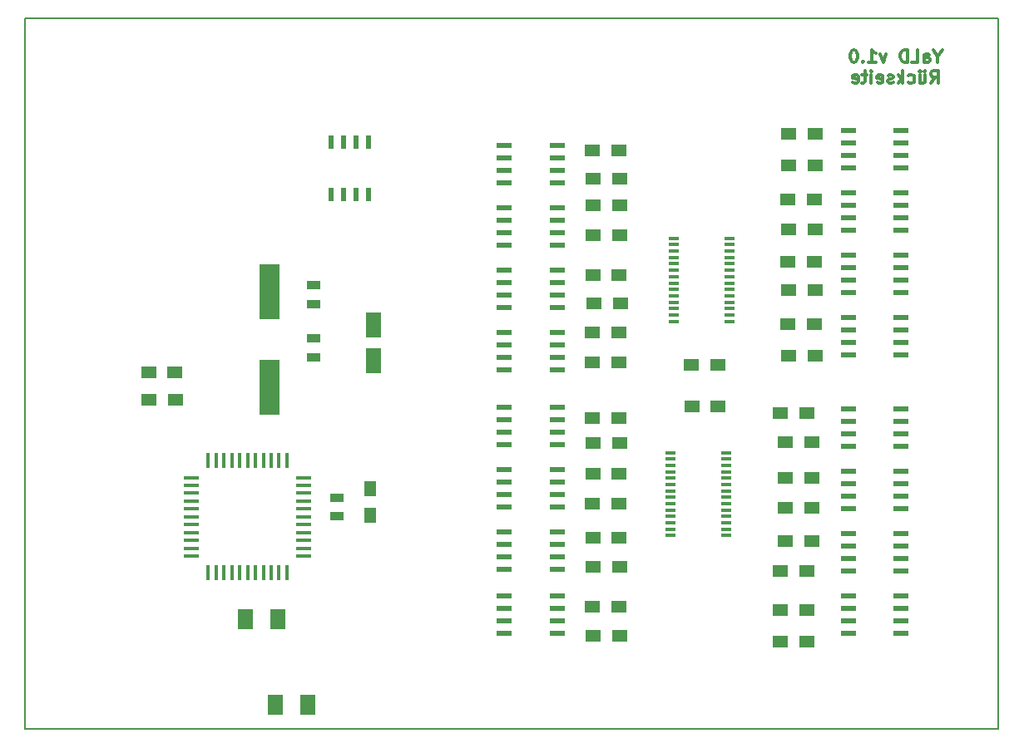
<source format=gbp>
G04 #@! TF.FileFunction,Paste,Bot*
%FSLAX46Y46*%
G04 Gerber Fmt 4.6, Leading zero omitted, Abs format (unit mm)*
G04 Created by KiCad (PCBNEW 0.201501052116+5352~20~ubuntu14.04.1-product) date Di 06 Jan 2015 18:05:51 CET*
%MOMM*%
G01*
G04 APERTURE LIST*
%ADD10C,0.150000*%
%ADD11C,0.300000*%
%ADD12C,0.200000*%
%ADD13R,1.397000X0.889000*%
%ADD14R,1.600200X2.600960*%
%ADD15R,1.524000X2.032000*%
%ADD16R,1.524000X0.406400*%
%ADD17R,0.406400X1.524000*%
%ADD18R,1.100000X0.400000*%
%ADD19R,1.500000X1.300000*%
%ADD20R,1.300000X1.500000*%
%ADD21R,0.599440X1.399540*%
%ADD22R,1.550000X0.600000*%
%ADD23R,2.100580X5.600700*%
G04 APERTURE END LIST*
D10*
D11*
X118272380Y-27979048D02*
X118272380Y-28598095D01*
X118705713Y-27298095D02*
X118272380Y-27979048D01*
X117839047Y-27298095D01*
X116848570Y-28598095D02*
X116848570Y-27917143D01*
X116910475Y-27793333D01*
X117034285Y-27731429D01*
X117281904Y-27731429D01*
X117405713Y-27793333D01*
X116848570Y-28536190D02*
X116972380Y-28598095D01*
X117281904Y-28598095D01*
X117405713Y-28536190D01*
X117467618Y-28412381D01*
X117467618Y-28288571D01*
X117405713Y-28164762D01*
X117281904Y-28102857D01*
X116972380Y-28102857D01*
X116848570Y-28040952D01*
X115610476Y-28598095D02*
X116229523Y-28598095D01*
X116229523Y-27298095D01*
X115177142Y-28598095D02*
X115177142Y-27298095D01*
X114867618Y-27298095D01*
X114681904Y-27360000D01*
X114558095Y-27483810D01*
X114496190Y-27607619D01*
X114434285Y-27855238D01*
X114434285Y-28040952D01*
X114496190Y-28288571D01*
X114558095Y-28412381D01*
X114681904Y-28536190D01*
X114867618Y-28598095D01*
X115177142Y-28598095D01*
X113010476Y-27731429D02*
X112700952Y-28598095D01*
X112391428Y-27731429D01*
X111215238Y-28598095D02*
X111958095Y-28598095D01*
X111586666Y-28598095D02*
X111586666Y-27298095D01*
X111710476Y-27483810D01*
X111834285Y-27607619D01*
X111958095Y-27669524D01*
X110658095Y-28474286D02*
X110596190Y-28536190D01*
X110658095Y-28598095D01*
X110720000Y-28536190D01*
X110658095Y-28474286D01*
X110658095Y-28598095D01*
X109791428Y-27298095D02*
X109667619Y-27298095D01*
X109543809Y-27360000D01*
X109481904Y-27421905D01*
X109420000Y-27545714D01*
X109358095Y-27793333D01*
X109358095Y-28102857D01*
X109420000Y-28350476D01*
X109481904Y-28474286D01*
X109543809Y-28536190D01*
X109667619Y-28598095D01*
X109791428Y-28598095D01*
X109915238Y-28536190D01*
X109977142Y-28474286D01*
X110039047Y-28350476D01*
X110100952Y-28102857D01*
X110100952Y-27793333D01*
X110039047Y-27545714D01*
X109977142Y-27421905D01*
X109915238Y-27360000D01*
X109791428Y-27298095D01*
X117560476Y-30718095D02*
X117993809Y-30099048D01*
X118303333Y-30718095D02*
X118303333Y-29418095D01*
X117808095Y-29418095D01*
X117684286Y-29480000D01*
X117622381Y-29541905D01*
X117560476Y-29665714D01*
X117560476Y-29851429D01*
X117622381Y-29975238D01*
X117684286Y-30037143D01*
X117808095Y-30099048D01*
X118303333Y-30099048D01*
X116446190Y-29851429D02*
X116446190Y-30718095D01*
X117003333Y-29851429D02*
X117003333Y-30532381D01*
X116941428Y-30656190D01*
X116817619Y-30718095D01*
X116631905Y-30718095D01*
X116508095Y-30656190D01*
X116446190Y-30594286D01*
X116941428Y-29418095D02*
X116879524Y-29480000D01*
X116941428Y-29541905D01*
X117003333Y-29480000D01*
X116941428Y-29418095D01*
X116941428Y-29541905D01*
X116446190Y-29418095D02*
X116384286Y-29480000D01*
X116446190Y-29541905D01*
X116508095Y-29480000D01*
X116446190Y-29418095D01*
X116446190Y-29541905D01*
X115270000Y-30656190D02*
X115393810Y-30718095D01*
X115641429Y-30718095D01*
X115765238Y-30656190D01*
X115827143Y-30594286D01*
X115889048Y-30470476D01*
X115889048Y-30099048D01*
X115827143Y-29975238D01*
X115765238Y-29913333D01*
X115641429Y-29851429D01*
X115393810Y-29851429D01*
X115270000Y-29913333D01*
X114712857Y-30718095D02*
X114712857Y-29418095D01*
X114589048Y-30222857D02*
X114217619Y-30718095D01*
X114217619Y-29851429D02*
X114712857Y-30346667D01*
X113722381Y-30656190D02*
X113598571Y-30718095D01*
X113350952Y-30718095D01*
X113227143Y-30656190D01*
X113165238Y-30532381D01*
X113165238Y-30470476D01*
X113227143Y-30346667D01*
X113350952Y-30284762D01*
X113536667Y-30284762D01*
X113660476Y-30222857D01*
X113722381Y-30099048D01*
X113722381Y-30037143D01*
X113660476Y-29913333D01*
X113536667Y-29851429D01*
X113350952Y-29851429D01*
X113227143Y-29913333D01*
X112112857Y-30656190D02*
X112236667Y-30718095D01*
X112484286Y-30718095D01*
X112608095Y-30656190D01*
X112670000Y-30532381D01*
X112670000Y-30037143D01*
X112608095Y-29913333D01*
X112484286Y-29851429D01*
X112236667Y-29851429D01*
X112112857Y-29913333D01*
X112050952Y-30037143D01*
X112050952Y-30160952D01*
X112670000Y-30284762D01*
X111493809Y-30718095D02*
X111493809Y-29851429D01*
X111493809Y-29418095D02*
X111555714Y-29480000D01*
X111493809Y-29541905D01*
X111431904Y-29480000D01*
X111493809Y-29418095D01*
X111493809Y-29541905D01*
X111060475Y-29851429D02*
X110565237Y-29851429D01*
X110874761Y-29418095D02*
X110874761Y-30532381D01*
X110812856Y-30656190D01*
X110689047Y-30718095D01*
X110565237Y-30718095D01*
X109636666Y-30656190D02*
X109760476Y-30718095D01*
X110008095Y-30718095D01*
X110131904Y-30656190D01*
X110193809Y-30532381D01*
X110193809Y-30037143D01*
X110131904Y-29913333D01*
X110008095Y-29851429D01*
X109760476Y-29851429D01*
X109636666Y-29913333D01*
X109574761Y-30037143D01*
X109574761Y-30160952D01*
X110193809Y-30284762D01*
D12*
X124460000Y-24130000D02*
X25400000Y-24130000D01*
X124460000Y-96520000D02*
X124460000Y-24130000D01*
X25400000Y-96520000D02*
X124460000Y-96520000D01*
X25400000Y-24130000D02*
X25400000Y-96520000D01*
D13*
X54710000Y-56697500D03*
X54710000Y-58602500D03*
X54710000Y-51317500D03*
X54710000Y-53222500D03*
D14*
X60860000Y-55349140D03*
X60860000Y-58950860D03*
D15*
X54121000Y-94030000D03*
X50819000Y-94030000D03*
D13*
X57100000Y-74852500D03*
X57100000Y-72947500D03*
D15*
X51111000Y-85290000D03*
X47809000Y-85290000D03*
D16*
X42305000Y-74880000D03*
X42305000Y-74079900D03*
X42305000Y-73279800D03*
X42305000Y-72479700D03*
X42305000Y-71679600D03*
X42305000Y-70879500D03*
X42305000Y-75680100D03*
X42305000Y-76480200D03*
X42305000Y-77280300D03*
X42305000Y-78080400D03*
X42305000Y-78880500D03*
X53735000Y-74880000D03*
X53735000Y-74079900D03*
X53735000Y-73279800D03*
X53735000Y-72479700D03*
X53735000Y-71679600D03*
X53735000Y-70879500D03*
X53735000Y-75680100D03*
X53735000Y-76480200D03*
X53735000Y-77280300D03*
X53735000Y-78080400D03*
X53735000Y-78880500D03*
D17*
X48020000Y-69165000D03*
X48020000Y-80595000D03*
X48820100Y-69165000D03*
X48820100Y-80595000D03*
X49620200Y-80595000D03*
X49620200Y-69165000D03*
X50420300Y-69165000D03*
X50420300Y-80595000D03*
X51220400Y-80595000D03*
X51220400Y-69165000D03*
X52020500Y-69165000D03*
X52020500Y-80595000D03*
X47219900Y-80595000D03*
X47219900Y-69165000D03*
X46419800Y-69165000D03*
X46419800Y-80595000D03*
X45619700Y-80595000D03*
X45619700Y-69165000D03*
X44819600Y-69165000D03*
X44819600Y-80595000D03*
X44019500Y-80595000D03*
X44019500Y-69165000D03*
D18*
X91070000Y-76795000D03*
X91070000Y-76145000D03*
X91070000Y-75495000D03*
X91070000Y-74845000D03*
X91070000Y-74195000D03*
X91070000Y-73545000D03*
X91070000Y-72895000D03*
X91070000Y-72245000D03*
X91070000Y-71595000D03*
X91070000Y-70945000D03*
X91070000Y-70295000D03*
X91070000Y-69645000D03*
X91070000Y-68995000D03*
X91070000Y-68345000D03*
X96770000Y-68345000D03*
X96770000Y-68995000D03*
X96770000Y-69645000D03*
X96770000Y-70295000D03*
X96770000Y-70945000D03*
X96770000Y-71595000D03*
X96770000Y-72245000D03*
X96770000Y-72895000D03*
X96770000Y-73545000D03*
X96770000Y-74195000D03*
X96770000Y-74845000D03*
X96770000Y-75495000D03*
X96770000Y-76145000D03*
X96770000Y-76795000D03*
X91390000Y-54965000D03*
X91390000Y-54315000D03*
X91390000Y-53665000D03*
X91390000Y-53015000D03*
X91390000Y-52365000D03*
X91390000Y-51715000D03*
X91390000Y-51065000D03*
X91390000Y-50415000D03*
X91390000Y-49765000D03*
X91390000Y-49115000D03*
X91390000Y-48465000D03*
X91390000Y-47815000D03*
X91390000Y-47165000D03*
X91390000Y-46515000D03*
X97090000Y-46515000D03*
X97090000Y-47165000D03*
X97090000Y-47815000D03*
X97090000Y-48465000D03*
X97090000Y-49115000D03*
X97090000Y-49765000D03*
X97090000Y-50415000D03*
X97090000Y-51065000D03*
X97090000Y-51715000D03*
X97090000Y-52365000D03*
X97090000Y-53015000D03*
X97090000Y-53665000D03*
X97090000Y-54315000D03*
X97090000Y-54965000D03*
D19*
X40640000Y-60200000D03*
X37940000Y-60200000D03*
X40670000Y-62970000D03*
X37970000Y-62970000D03*
D20*
X60480000Y-72060000D03*
X60480000Y-74760000D03*
D19*
X93220000Y-63620000D03*
X95920000Y-63620000D03*
X93170000Y-59370000D03*
X95870000Y-59370000D03*
X85860000Y-87010000D03*
X83160000Y-87010000D03*
X85840000Y-84030000D03*
X83140000Y-84030000D03*
X85860000Y-79960000D03*
X83160000Y-79960000D03*
X85850000Y-77000000D03*
X83150000Y-77000000D03*
X85810000Y-73550000D03*
X83110000Y-73550000D03*
X85850000Y-70500000D03*
X83150000Y-70500000D03*
X85880000Y-67400000D03*
X83180000Y-67400000D03*
X85840000Y-64810000D03*
X83140000Y-64810000D03*
X102250000Y-64300000D03*
X104950000Y-64300000D03*
X102750000Y-67300000D03*
X105450000Y-67300000D03*
X102720000Y-70890000D03*
X105420000Y-70890000D03*
X102750000Y-74000000D03*
X105450000Y-74000000D03*
X102720000Y-77340000D03*
X105420000Y-77340000D03*
X102250000Y-80400000D03*
X104950000Y-80400000D03*
X102250000Y-84400000D03*
X104950000Y-84400000D03*
X102250000Y-87600000D03*
X104950000Y-87600000D03*
X85840000Y-59130000D03*
X83140000Y-59130000D03*
X85830000Y-56080000D03*
X83130000Y-56080000D03*
X85950000Y-53150000D03*
X83250000Y-53150000D03*
X85850000Y-50220000D03*
X83150000Y-50220000D03*
X85910000Y-46160000D03*
X83210000Y-46160000D03*
X85890000Y-43150000D03*
X83190000Y-43150000D03*
X85870000Y-40420000D03*
X83170000Y-40420000D03*
X85820000Y-37520000D03*
X83120000Y-37520000D03*
X103050000Y-35900000D03*
X105750000Y-35900000D03*
X103050000Y-39100000D03*
X105750000Y-39100000D03*
X103020000Y-42520000D03*
X105720000Y-42520000D03*
X103050000Y-45600000D03*
X105750000Y-45600000D03*
X103020000Y-48870000D03*
X105720000Y-48870000D03*
X103050000Y-51800000D03*
X105750000Y-51800000D03*
X103020000Y-55220000D03*
X105720000Y-55220000D03*
X103050000Y-58500000D03*
X105750000Y-58500000D03*
D21*
X60325000Y-36703000D03*
X60325000Y-42037000D03*
X59055000Y-36703000D03*
X57785000Y-36703000D03*
X56515000Y-36703000D03*
X59055000Y-42037000D03*
X57785000Y-42037000D03*
X56515000Y-42037000D03*
D22*
X79560000Y-82925000D03*
X79560000Y-84195000D03*
X79560000Y-85465000D03*
X79560000Y-86735000D03*
X74160000Y-86735000D03*
X74160000Y-85465000D03*
X74160000Y-84195000D03*
X74160000Y-82925000D03*
X79550000Y-76445000D03*
X79550000Y-77715000D03*
X79550000Y-78985000D03*
X79550000Y-80255000D03*
X74150000Y-80255000D03*
X74150000Y-78985000D03*
X74150000Y-77715000D03*
X74150000Y-76445000D03*
X79550000Y-70095000D03*
X79550000Y-71365000D03*
X79550000Y-72635000D03*
X79550000Y-73905000D03*
X74150000Y-73905000D03*
X74150000Y-72635000D03*
X74150000Y-71365000D03*
X74150000Y-70095000D03*
X79550000Y-63745000D03*
X79550000Y-65015000D03*
X79550000Y-66285000D03*
X79550000Y-67555000D03*
X74150000Y-67555000D03*
X74150000Y-66285000D03*
X74150000Y-65015000D03*
X74150000Y-63745000D03*
X109140000Y-67715000D03*
X109140000Y-66445000D03*
X109140000Y-65175000D03*
X109140000Y-63905000D03*
X114540000Y-63905000D03*
X114540000Y-65175000D03*
X114540000Y-66445000D03*
X114540000Y-67715000D03*
X109140000Y-74065000D03*
X109140000Y-72795000D03*
X109140000Y-71525000D03*
X109140000Y-70255000D03*
X114540000Y-70255000D03*
X114540000Y-71525000D03*
X114540000Y-72795000D03*
X114540000Y-74065000D03*
X109140000Y-80415000D03*
X109140000Y-79145000D03*
X109140000Y-77875000D03*
X109140000Y-76605000D03*
X114540000Y-76605000D03*
X114540000Y-77875000D03*
X114540000Y-79145000D03*
X114540000Y-80415000D03*
X109140000Y-86765000D03*
X109140000Y-85495000D03*
X109140000Y-84225000D03*
X109140000Y-82955000D03*
X114540000Y-82955000D03*
X114540000Y-84225000D03*
X114540000Y-85495000D03*
X114540000Y-86765000D03*
X79550000Y-56125000D03*
X79550000Y-57395000D03*
X79550000Y-58665000D03*
X79550000Y-59935000D03*
X74150000Y-59935000D03*
X74150000Y-58665000D03*
X74150000Y-57395000D03*
X74150000Y-56125000D03*
X79550000Y-49775000D03*
X79550000Y-51045000D03*
X79550000Y-52315000D03*
X79550000Y-53585000D03*
X74150000Y-53585000D03*
X74150000Y-52315000D03*
X74150000Y-51045000D03*
X74150000Y-49775000D03*
X79550000Y-43425000D03*
X79550000Y-44695000D03*
X79550000Y-45965000D03*
X79550000Y-47235000D03*
X74150000Y-47235000D03*
X74150000Y-45965000D03*
X74150000Y-44695000D03*
X74150000Y-43425000D03*
X79550000Y-37075000D03*
X79550000Y-38345000D03*
X79550000Y-39615000D03*
X79550000Y-40885000D03*
X74150000Y-40885000D03*
X74150000Y-39615000D03*
X74150000Y-38345000D03*
X74150000Y-37075000D03*
X109140000Y-39345000D03*
X109140000Y-38075000D03*
X109140000Y-36805000D03*
X109140000Y-35535000D03*
X114540000Y-35535000D03*
X114540000Y-36805000D03*
X114540000Y-38075000D03*
X114540000Y-39345000D03*
X109140000Y-45695000D03*
X109140000Y-44425000D03*
X109140000Y-43155000D03*
X109140000Y-41885000D03*
X114540000Y-41885000D03*
X114540000Y-43155000D03*
X114540000Y-44425000D03*
X114540000Y-45695000D03*
X109140000Y-52045000D03*
X109140000Y-50775000D03*
X109140000Y-49505000D03*
X109140000Y-48235000D03*
X114540000Y-48235000D03*
X114540000Y-49505000D03*
X114540000Y-50775000D03*
X114540000Y-52045000D03*
X109140000Y-58395000D03*
X109140000Y-57125000D03*
X109140000Y-55855000D03*
X109140000Y-54585000D03*
X114540000Y-54585000D03*
X114540000Y-55855000D03*
X114540000Y-57125000D03*
X114540000Y-58395000D03*
D23*
X50240000Y-61668860D03*
X50240000Y-51971140D03*
M02*

</source>
